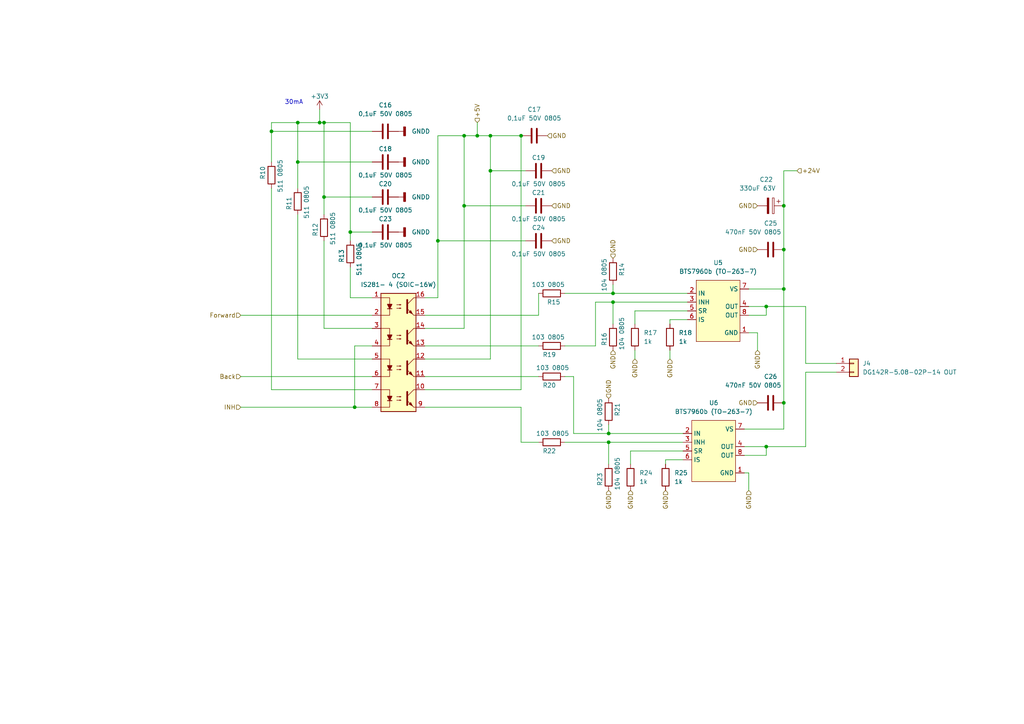
<source format=kicad_sch>
(kicad_sch (version 20230121) (generator eeschema)
  (paper "A4")
  (lib_symbols
    (symbol "Connector_Generic:Conn_01x02" (pin_names (offset 1.016) hide)
      (property "Reference" "J" (at 0 2.54 0))
      (property "Value" "Conn_01x02" (at 0 -5.08 0))
      (symbol "Conn_01x02_1_1"
        (rectangle (start -1.27 -2.413) (end 0 -2.667) (stroke (width 0.1524)))
        (rectangle (start -1.27 0.127) (end 0 -0.127) (stroke (width 0.1524)))
        (rectangle (start -1.27 1.27) (end 1.27 -3.81) (stroke (width 0.254)) (fill (type background)))
        (pin passive line (at -5.08 0 0) (length 3.81) (name "Pin_1") (number "1"))
        (pin passive line (at -5.08 -2.54 0) (length 3.81) (name "Pin_2") (number "2"))
      )
    )
    (symbol "Device:C" (pin_numbers hide) (pin_names (offset 0.254))
      (property "Reference" "C" (at 0.635 2.54 0))
      (property "Value" "C" (at 0.635 -2.54 0))
      (symbol "C_0_1"
        (polyline (pts (xy -2.032 -0.762) (xy 2.032 -0.762)) (stroke (width 0.508)))
        (polyline (pts (xy -2.032 0.762) (xy 2.032 0.762)) (stroke (width 0.508)))
      )
      (symbol "C_1_1"
        (pin passive line (at 0 3.81 270) (length 2.794) (name "~") (number "1"))
        (pin passive line (at 0 -3.81 90) (length 2.794) (name "~") (number "2"))
      )
    )
    (symbol "Device:C_Polarized" (pin_numbers hide) (pin_names (offset 0.254))
      (property "Reference" "C" (at 0.635 2.54 0))
      (property "Value" "C_Polarized" (at 0.635 -2.54 0))
      (symbol "C_Polarized_0_1"
        (rectangle (start -2.286 0.508) (end 2.286 1.016))
        (polyline (pts (xy -1.778 2.286) (xy -0.762 2.286)))
        (polyline (pts (xy -1.27 2.794) (xy -1.27 1.778)))
        (rectangle (start 2.286 -0.508) (end -2.286 -1.016) (fill (type outline)))
      )
      (symbol "C_Polarized_1_1"
        (pin passive line (at 0 3.81 270) (length 2.794) (name "~") (number "1"))
        (pin passive line (at 0 -3.81 90) (length 2.794) (name "~") (number "2"))
      )
    )
    (symbol "Device:R" (pin_numbers hide) (pin_names (offset 0))
      (property "Reference" "R" (at 2.032 0 90))
      (property "Value" "R" (at 0 0 90))
      (symbol "R_0_1"
        (rectangle (start -1.016 -2.54) (end 1.016 2.54) (stroke (width 0.254)))
      )
      (symbol "R_1_1"
        (pin passive line (at 0 3.81 270) (length 1.27) (name "~") (number "1"))
        (pin passive line (at 0 -3.81 90) (length 1.27) (name "~") (number "2"))
      )
    )
    (symbol "PCM_Optocoupler_AKL:Optocoupler_Quad_Generic" (pin_names (offset 1.016))
      (property "Reference" "OC" (at -5.08 17.78 0))
      (property "Value" "Optocoupler_Quad_Generic" (at -5.08 15.24 0))
      (symbol "Optocoupler_Quad_Generic_0_1"
        (rectangle (start -5.08 12.7) (end 5.08 -21.59) (stroke (width 0.254)) (fill (type background)))
        (polyline (pts (xy -3.175 8.255) (xy -1.905 8.255)) (stroke (width 0.254)))
        (polyline (pts (xy 2.54 9.525) (xy 4.445 11.43)))
        (polyline (pts (xy 4.445 6.35) (xy 2.54 8.255)) (fill (type outline)))
        (polyline (pts (xy 4.445 6.35) (xy 5.08 6.35)))
        (polyline (pts (xy 4.445 11.43) (xy 5.08 11.43)))
        (polyline (pts (xy -5.08 11.43) (xy -2.54 11.43) (xy -2.54 8.255)))
        (polyline (pts (xy -2.54 8.255) (xy -2.54 6.35) (xy -5.08 6.35)))
        (polyline (pts (xy 2.54 10.795) (xy 2.54 6.985) (xy 2.54 6.985)) (stroke (width 0.508)))
        (polyline (pts (xy -2.54 8.255) (xy -3.175 9.525) (xy -1.905 9.525) (xy -2.54 8.255)) (stroke (width 0.254)) (fill (type outline)))
        (polyline (pts (xy -0.508 8.382) (xy 0.762 8.382) (xy 0.381 8.255) (xy 0.381 8.509) (xy 0.762 8.382)))
        (polyline (pts (xy -0.508 9.398) (xy 0.762 9.398) (xy 0.381 9.271) (xy 0.381 9.525) (xy 0.762 9.398)))
        (polyline (pts (xy 3.048 7.239) (xy 3.556 7.747) (xy 4.064 6.731) (xy 3.048 7.239) (xy 3.048 7.239)) (fill (type outline)))
      )
      (symbol "Optocoupler_Quad_Generic_1_1"
        (polyline (pts (xy -3.175 -18.415) (xy -1.905 -18.415)) (stroke (width 0.254)))
        (polyline (pts (xy -3.175 -9.525) (xy -1.905 -9.525)) (stroke (width 0.254)))
        (polyline (pts (xy -3.175 -0.635) (xy -1.905 -0.635)) (stroke (width 0.254)))
        (polyline (pts (xy 2.54 -17.145) (xy 4.445 -15.24)))
        (polyline (pts (xy 2.54 -8.255) (xy 4.445 -6.35)))
        (polyline (pts (xy 2.54 0.635) (xy 4.445 2.54)))
        (polyline (pts (xy 4.445 -20.32) (xy 2.54 -18.415)) (fill (type outline)))
        (polyline (pts (xy 4.445 -20.32) (xy 5.08 -20.32)))
        (polyline (pts (xy 4.445 -15.24) (xy 5.08 -15.24)))
        (polyline (pts (xy 4.445 -11.43) (xy 2.54 -9.525)) (fill (type outline)))
        (polyline (pts (xy 4.445 -11.43) (xy 5.08 -11.43)))
        (polyline (pts (xy 4.445 -6.35) (xy 5.08 -6.35)))
        (polyline (pts (xy 4.445 -2.54) (xy 2.54 -0.635)) (fill (type outline)))
        (polyline (pts (xy 4.445 -2.54) (xy 5.08 -2.54)))
        (polyline (pts (xy 4.445 2.54) (xy 5.08 2.54)))
        (polyline (pts (xy -5.08 -15.24) (xy -2.54 -15.24) (xy -2.54 -18.415)))
        (polyline (pts (xy -5.08 -6.35) (xy -2.54 -6.35) (xy -2.54 -9.525)))
        (polyline (pts (xy -5.08 2.54) (xy -2.54 2.54) (xy -2.54 -0.635)))
        (polyline (pts (xy -2.54 -18.415) (xy -2.54 -20.32) (xy -5.08 -20.32)))
        (polyline (pts (xy -2.54 -9.525) (xy -2.54 -11.43) (xy -5.08 -11.43)))
        (polyline (pts (xy -2.54 -0.635) (xy -2.54 -2.54) (xy -5.08 -2.54)))
        (polyline (pts (xy 2.54 -15.875) (xy 2.54 -19.685) (xy 2.54 -19.685)) (stroke (width 0.508)))
        (polyline (pts (xy 2.54 -6.985) (xy 2.54 -10.795) (xy 2.54 -10.795)) (stroke (width 0.508)))
        (polyline (pts (xy 2.54 1.905) (xy 2.54 -1.905) (xy 2.54 -1.905)) (stroke (width 0.508)))
        (polyline (pts (xy -2.54 -18.415) (xy -3.175 -17.145) (xy -1.905 -17.145) (xy -2.54 -18.415)) (stroke (width 0.254)) (fill (type outline)))
        (polyline (pts (xy -2.54 -9.525) (xy -3.175 -8.255) (xy -1.905 -8.255) (xy -2.54 -9.525)) (stroke (width 0.254)) (fill (type outline)))
        (polyline (pts (xy -2.54 -0.635) (xy -3.175 0.635) (xy -1.905 0.635) (xy -2.54 -0.635)) (stroke (width 0.254)) (fill (type outline)))
        (polyline (pts (xy -0.508 -18.288) (xy 0.762 -18.288) (xy 0.381 -18.415) (xy 0.381 -18.161) (xy 0.762 -18.288)))
        (polyline (pts (xy -0.508 -17.272) (xy 0.762 -17.272) (xy 0.381 -17.399) (xy 0.381 -17.145) (xy 0.762 -17.272)))
        (polyline (pts (xy -0.508 -9.398) (xy 0.762 -9.398) (xy 0.381 -9.525) (xy 0.381 -9.271) (xy 0.762 -9.398)))
        (polyline (pts (xy -0.508 -8.382) (xy 0.762 -8.382) (xy 0.381 -8.509) (xy 0.381 -8.255) (xy 0.762 -8.382)))
        (polyline (pts (xy -0.508 -0.508) (xy 0.762 -0.508) (xy 0.381 -0.635) (xy 0.381 -0.381) (xy 0.762 -0.508)))
        (polyline (pts (xy -0.508 0.508) (xy 0.762 0.508) (xy 0.381 0.381) (xy 0.381 0.635) (xy 0.762 0.508)))
        (polyline (pts (xy 3.048 -19.431) (xy 3.556 -18.923) (xy 4.064 -19.939) (xy 3.048 -19.431) (xy 3.048 -19.431)) (fill (type outline)))
        (polyline (pts (xy 3.048 -10.541) (xy 3.556 -10.033) (xy 4.064 -11.049) (xy 3.048 -10.541) (xy 3.048 -10.541)) (fill (type outline)))
        (polyline (pts (xy 3.048 -1.651) (xy 3.556 -1.143) (xy 4.064 -2.159) (xy 3.048 -1.651) (xy 3.048 -1.651)) (fill (type outline)))
        (pin passive line (at -7.62 11.43 0) (length 2.54) (name "~") (number "1"))
        (pin passive line (at 7.62 -15.24 180) (length 2.54) (name "~") (number "10"))
        (pin passive line (at 7.62 -11.43 180) (length 2.54) (name "~") (number "11"))
        (pin passive line (at 7.62 -6.35 180) (length 2.54) (name "~") (number "12"))
        (pin passive line (at 7.62 -2.54 180) (length 2.54) (name "~") (number "13"))
        (pin passive line (at 7.62 2.54 180) (length 2.54) (name "~") (number "14"))
        (pin passive line (at 7.62 6.35 180) (length 2.54) (name "~") (number "15"))
        (pin passive line (at 7.62 11.43 180) (length 2.54) (name "~") (number "16"))
        (pin passive line (at -7.62 6.35 0) (length 2.54) (name "~") (number "2"))
        (pin passive line (at -7.62 2.54 0) (length 2.54) (name "~") (number "3"))
        (pin passive line (at -7.62 -2.54 0) (length 2.54) (name "~") (number "4"))
        (pin passive line (at -7.62 -6.35 0) (length 2.54) (name "~") (number "5"))
        (pin passive line (at -7.62 -11.43 0) (length 2.54) (name "~") (number "6"))
        (pin passive line (at -7.62 -15.24 0) (length 2.54) (name "~") (number "7"))
        (pin passive line (at -7.62 -20.32 0) (length 2.54) (name "~") (number "8"))
        (pin passive line (at 7.62 -20.32 180) (length 2.54) (name "~") (number "9"))
      )
    )
    (symbol "Power_Management:BTS7960b"
      (property "Reference" "U" (at 5.08 1.27 0))
      (property "Value" "BTS7960b" (at -5.08 1.27 0))
      (symbol "BTS7960b_1_1"
        (rectangle (start -6.35 0) (end 6.35 -17.78) (fill (type background)))
        (pin input line (at 8.89 -15.24 180) (length 2.54) (name "GND") (number "1"))
        (pin input line (at -8.89 -3.81 0) (length 2.54) (name "IN") (number "2"))
        (pin input line (at -8.89 -6.35 0) (length 2.54) (name "INH") (number "3"))
        (pin input line (at 8.89 -7.62 180) (length 2.54) (name "OUT") (number "4"))
        (pin input line (at -8.89 -8.89 0) (length 2.54) (name "SR") (number "5"))
        (pin input line (at -8.89 -11.43 0) (length 2.54) (name "IS") (number "6"))
        (pin input line (at 8.89 -2.54 180) (length 2.54) (name "VS") (number "7"))
        (pin input line (at 8.89 -10.16 180) (length 2.54) (name "OUT") (number "8"))
      )
    )
    (symbol "power:+3V3" (power) (pin_numbers hide) (pin_names (offset 0) hide)
      (property "Value" "+3V3" (at 0 3.556 0))
      (symbol "+3V3_0_1"
        (polyline (pts (xy -0.762 1.27) (xy 0 2.54)))
        (polyline (pts (xy 0 0) (xy 0 2.54)))
        (polyline (pts (xy 0 2.54) (xy 0.762 1.27)))
      )
      (symbol "+3V3_1_1"
        (pin power_in line (at 0 0 90) (length 0) hide (name "+3V3") (number "1"))
      )
    )
    (symbol "power:GNDD" (power) (pin_numbers hide) (pin_names (offset 0) hide)
      (property "Value" "GNDD" (at 0 -3.175 0))
      (symbol "GNDD_0_1"
        (rectangle (start -1.27 -1.524) (end 1.27 -2.032) (stroke (width 0.254)) (fill (type outline)))
        (polyline (pts (xy 0 0) (xy 0 -1.524)))
      )
      (symbol "GNDD_1_1"
        (pin power_in line (at 0 0 270) (length 0) hide (name "GNDD") (number "1"))
      )
    )
  )
  (junction (at 134.62 39.37))
  (junction (at 227.33 72.39))
  (junction (at 86.36 46.99))
  (junction (at 78.74 38.1))
  (junction (at 176.53 125.73))
  (junction (at 227.33 83.82))
  (junction (at 222.25 129.54))
  (junction (at 176.53 128.27))
  (junction (at 101.6 67.31))
  (junction (at 127 69.85))
  (junction (at 227.33 59.69))
  (junction (at 151.13 39.37))
  (junction (at 227.33 116.84))
  (junction (at 92.71 35.56))
  (junction (at 142.24 39.37))
  (junction (at 93.98 35.56))
  (junction (at 93.98 57.15))
  (junction (at 177.8 87.63))
  (junction (at 142.24 49.53))
  (junction (at 134.62 59.69))
  (junction (at 102.87 118.11))
  (junction (at 222.25 88.9))
  (junction (at 138.43 39.37))
  (junction (at 177.8 85.09))
  (junction (at 86.36 35.56))
  (wire (pts (xy 198.12 130.81) (xy 182.88 130.81)))
  (wire (pts (xy 134.62 59.69) (xy 134.62 95.25)))
  (wire (pts (xy 101.6 86.36) (xy 107.95 86.36)))
  (wire (pts (xy 184.15 90.17) (xy 184.15 93.98)))
  (wire (pts (xy 233.68 107.95) (xy 242.57 107.95)))
  (wire (pts (xy 177.8 87.63) (xy 177.8 93.98)))
  (wire (pts (xy 93.98 35.56) (xy 101.6 35.56)))
  (wire (pts (xy 172.72 100.33) (xy 172.72 87.63)))
  (wire (pts (xy 215.9 124.46) (xy 227.33 124.46)))
  (wire (pts (xy 142.24 39.37) (xy 142.24 49.53)))
  (wire (pts (xy 199.39 90.17) (xy 184.15 90.17)))
  (wire (pts (xy 199.39 92.71) (xy 194.31 92.71)))
  (wire (pts (xy 127 69.85) (xy 127 86.36)))
  (wire (pts (xy 138.43 35.56) (xy 138.43 39.37)))
  (wire (pts (xy 222.25 88.9) (xy 217.17 88.9)))
  (wire (pts (xy 102.87 100.33) (xy 102.87 118.11)))
  (wire (pts (xy 184.15 104.14) (xy 184.15 101.6)))
  (wire (pts (xy 177.8 85.09) (xy 199.39 85.09)))
  (wire (pts (xy 78.74 35.56) (xy 86.36 35.56)))
  (wire (pts (xy 78.74 38.1) (xy 107.95 38.1)))
  (wire (pts (xy 172.72 87.63) (xy 177.8 87.63)))
  (wire (pts (xy 151.13 128.27) (xy 156.21 128.27)))
  (wire (pts (xy 176.53 128.27) (xy 176.53 134.62)))
  (wire (pts (xy 176.53 123.19) (xy 176.53 125.73)))
  (wire (pts (xy 222.25 129.54) (xy 215.9 129.54)))
  (wire (pts (xy 233.68 105.41) (xy 242.57 105.41)))
  (wire (pts (xy 127 39.37) (xy 127 69.85)))
  (wire (pts (xy 151.13 39.37) (xy 151.13 113.03)))
  (wire (pts (xy 152.4 69.85) (xy 127 69.85)))
  (wire (pts (xy 219.71 96.52) (xy 219.71 101.6)))
  (wire (pts (xy 101.6 77.47) (xy 101.6 86.36)))
  (wire (pts (xy 107.95 100.33) (xy 102.87 100.33)))
  (wire (pts (xy 101.6 67.31) (xy 101.6 69.85)))
  (wire (pts (xy 134.62 39.37) (xy 138.43 39.37)))
  (wire (pts (xy 78.74 35.56) (xy 78.74 38.1)))
  (wire (pts (xy 78.74 54.61) (xy 78.74 113.03)))
  (wire (pts (xy 151.13 118.11) (xy 123.19 118.11)))
  (wire (pts (xy 227.33 59.69) (xy 227.33 72.39)))
  (wire (pts (xy 138.43 39.37) (xy 142.24 39.37)))
  (wire (pts (xy 193.04 133.35) (xy 198.12 133.35)))
  (wire (pts (xy 222.25 91.44) (xy 222.25 88.9)))
  (wire (pts (xy 217.17 91.44) (xy 222.25 91.44)))
  (wire (pts (xy 177.8 87.63) (xy 199.39 87.63)))
  (wire (pts (xy 176.53 125.73) (xy 198.12 125.73)))
  (wire (pts (xy 93.98 95.25) (xy 107.95 95.25)))
  (wire (pts (xy 93.98 57.15) (xy 107.95 57.15)))
  (wire (pts (xy 123.19 113.03) (xy 151.13 113.03)))
  (wire (pts (xy 92.71 31.75) (xy 92.71 35.56)))
  (wire (pts (xy 69.85 91.44) (xy 107.95 91.44)))
  (wire (pts (xy 86.36 62.23) (xy 86.36 104.14)))
  (wire (pts (xy 182.88 130.81) (xy 182.88 134.62)))
  (wire (pts (xy 227.33 49.53) (xy 227.33 59.69)))
  (wire (pts (xy 101.6 35.56) (xy 101.6 67.31)))
  (wire (pts (xy 142.24 49.53) (xy 142.24 104.14)))
  (wire (pts (xy 227.33 116.84) (xy 227.33 83.82)))
  (wire (pts (xy 177.8 82.55) (xy 177.8 85.09)))
  (wire (pts (xy 151.13 128.27) (xy 151.13 118.11)))
  (wire (pts (xy 142.24 49.53) (xy 152.4 49.53)))
  (wire (pts (xy 217.17 96.52) (xy 219.71 96.52)))
  (wire (pts (xy 134.62 39.37) (xy 134.62 59.69)))
  (wire (pts (xy 217.17 142.24) (xy 217.17 137.16)))
  (wire (pts (xy 86.36 35.56) (xy 92.71 35.56)))
  (wire (pts (xy 163.83 85.09) (xy 177.8 85.09)))
  (wire (pts (xy 93.98 57.15) (xy 93.98 62.23)))
  (wire (pts (xy 92.71 35.56) (xy 93.98 35.56)))
  (wire (pts (xy 227.33 72.39) (xy 227.33 83.82)))
  (wire (pts (xy 86.36 46.99) (xy 86.36 35.56)))
  (wire (pts (xy 123.19 100.33) (xy 156.21 100.33)))
  (wire (pts (xy 123.19 104.14) (xy 142.24 104.14)))
  (wire (pts (xy 215.9 132.08) (xy 222.25 132.08)))
  (wire (pts (xy 102.87 118.11) (xy 107.95 118.11)))
  (wire (pts (xy 69.85 109.22) (xy 107.95 109.22)))
  (wire (pts (xy 227.33 49.53) (xy 231.14 49.53)))
  (wire (pts (xy 233.68 88.9) (xy 233.68 105.41)))
  (wire (pts (xy 78.74 113.03) (xy 107.95 113.03)))
  (wire (pts (xy 176.53 128.27) (xy 198.12 128.27)))
  (wire (pts (xy 166.37 125.73) (xy 176.53 125.73)))
  (wire (pts (xy 86.36 46.99) (xy 86.36 54.61)))
  (wire (pts (xy 222.25 132.08) (xy 222.25 129.54)))
  (wire (pts (xy 227.33 124.46) (xy 227.33 116.84)))
  (wire (pts (xy 163.83 128.27) (xy 176.53 128.27)))
  (wire (pts (xy 101.6 67.31) (xy 107.95 67.31)))
  (wire (pts (xy 156.21 85.09) (xy 156.21 91.44)))
  (wire (pts (xy 193.04 134.62) (xy 193.04 133.35)))
  (wire (pts (xy 194.31 92.71) (xy 194.31 93.98)))
  (wire (pts (xy 233.68 129.54) (xy 233.68 107.95)))
  (wire (pts (xy 222.25 129.54) (xy 233.68 129.54)))
  (wire (pts (xy 222.25 88.9) (xy 233.68 88.9)))
  (wire (pts (xy 93.98 35.56) (xy 93.98 57.15)))
  (wire (pts (xy 163.83 109.22) (xy 166.37 109.22)))
  (wire (pts (xy 142.24 39.37) (xy 151.13 39.37)))
  (wire (pts (xy 86.36 104.14) (xy 107.95 104.14)))
  (wire (pts (xy 194.31 104.14) (xy 194.31 101.6)))
  (wire (pts (xy 69.85 118.11) (xy 102.87 118.11)))
  (wire (pts (xy 123.19 86.36) (xy 127 86.36)))
  (wire (pts (xy 166.37 109.22) (xy 166.37 125.73)))
  (wire (pts (xy 123.19 91.44) (xy 156.21 91.44)))
  (wire (pts (xy 123.19 95.25) (xy 134.62 95.25)))
  (wire (pts (xy 78.74 38.1) (xy 78.74 46.99)))
  (wire (pts (xy 152.4 59.69) (xy 134.62 59.69)))
  (wire (pts (xy 163.83 100.33) (xy 172.72 100.33)))
  (wire (pts (xy 93.98 69.85) (xy 93.98 95.25)))
  (wire (pts (xy 217.17 137.16) (xy 215.9 137.16)))
  (wire (pts (xy 127 39.37) (xy 134.62 39.37)))
  (wire (pts (xy 86.36 46.99) (xy 107.95 46.99)))
  (wire (pts (xy 227.33 83.82) (xy 217.17 83.82)))
  (wire (pts (xy 123.19 109.22) (xy 156.21 109.22)))
  (text "30mA" (at 82.55 30.48 0) (effects (font (size 1.27 1.27)) (justify left bottom)))
  (hierarchical_label "GND" (shape input) (at 184.15 104.14 270))
  (hierarchical_label "GND" (shape input) (at 217.17 142.24 270))
  (hierarchical_label "INH" (shape input) (at 69.85 118.11 180))
  (hierarchical_label "Forward" (shape input) (at 69.85 91.44 180))
  (hierarchical_label "GND" (shape input) (at 176.53 115.57 90))
  (hierarchical_label "GND" (shape input) (at 160.02 69.85 0))
  (hierarchical_label "Back" (shape input) (at 69.85 109.22 180))
  (hierarchical_label "+24V" (shape input) (at 231.14 49.53 0))
  (hierarchical_label "GND" (shape input) (at 219.71 116.84 180))
  (hierarchical_label "GND" (shape input) (at 177.8 101.6 270))
  (hierarchical_label "GND" (shape input) (at 160.02 49.53 0))
  (hierarchical_label "GND" (shape input) (at 158.75 39.37 0))
  (hierarchical_label "GND" (shape input) (at 194.31 104.14 270))
  (hierarchical_label "GND" (shape input) (at 219.71 72.39 180))
  (hierarchical_label "GND" (shape input) (at 219.71 59.69 180))
  (hierarchical_label "GND" (shape input) (at 182.88 142.24 270))
  (hierarchical_label "GND" (shape input) (at 219.71 101.6 270))
  (hierarchical_label "GND" (shape input) (at 160.02 59.69 0))
  (hierarchical_label "+5V" (shape input) (at 138.43 35.56 90))
  (hierarchical_label "GND" (shape input) (at 177.8 74.93 90))
  (hierarchical_label "GND" (shape input) (at 193.04 142.24 270))
  (hierarchical_label "GND" (shape input) (at 176.53 142.24 270))
  (symbol (lib_id "Device:R") (at 177.8 97.79 0) (unit 1)
    (property "Reference" "R16" (at 175.26 100.33 90) (effects (justify left)))
    (property "Value" "104 0805" (at 180.34 101.6 90) (effects (justify left)))
    (property "Footprint" "PCM_Resistor_SMD_AKL:R_0805_2012Metric_Pad1.20x1.40mm_HandSolder" (effects hide))
    (instances (project "Плата насосов" (path "" (reference "R16") (unit 1)) (path "" (reference "R32") (unit 1))))
  )
  (symbol (lib_id "Device:C") (at 154.94 39.37 90) (unit 1)
    (property "Reference" "C17" (at 154.94 31.75 90))
    (property "Value" "0,1uF 50V 0805" (at 154.94 34.29 90))
    (property "Footprint" "Capacitor_SMD:C_0805_2012Metric_Pad1.18x1.45mm_HandSolder" (effects hide))
    (instances (project "Плата насосов" (path "" (reference "C17") (unit 1)) (path "" (reference "C28") (unit 1))) (project "SlicingModul" (path "" (reference "C5") (unit 1)) (path "" (reference "C5") (unit 1)) (path "" (reference "C5") (unit 1)) (path "" (reference "C5") (unit 1)) (path "" (reference "C5") (unit 1)) (path "" (reference "C5") (unit 1)) (path "" (reference "C5") (unit 1)) (path "" (reference "C5") (unit 1)) (path "" (reference "C5") (unit 1))) (project "SlicingModuleSouseControl" (path "" (reference "C5") (unit 1)) (path "" (reference "C12") (unit 1)) (path "" (reference "C19") (unit 1)) (path "" (reference "C26") (unit 1)) (path "" (reference "C33") (unit 1)) (path "" (reference "C40") (unit 1)) (path "" (reference "C48") (unit 1)) (path "" (reference "C55") (unit 1)) (path "" (reference "C62") (unit 1))))
  )
  (symbol (lib_id "power:GNDD") (at 115.57 38.1 90) (unit 1)
    (property "Reference" "#PWR019" (effects hide))
    (property "Value" "GNDD" (at 119.38 38.1 90) (effects (justify right)))
    (instances (project "Плата насосов" (path "" (reference "#PWR019") (unit 1)) (path "" (reference "#PWR043") (unit 1)) (path "" (reference "#PWR048") (unit 1))))
  )
  (symbol (lib_id "Device:R") (at 193.04 138.43 180) (unit 1)
    (property "Reference" "R25" (at 195.58 137.16 0) (effects (justify right)))
    (property "Value" "1k" (at 195.58 139.7 0) (effects (justify right)))
    (property "Footprint" "Resistor_SMD:R_0805_2012Metric_Pad1.20x1.40mm_HandSolder" (effects hide))
    (instances (project "Плата насосов" (path "" (reference "R25") (unit 1)) (path "" (reference "R41") (unit 1))) (project "SlicingModul" (path "" (reference "R360") (unit 1)) (path "" (reference "R204") (unit 1)) (path "" (reference "R216") (unit 1)) (path "" (reference "R284") (unit 1)) (path "" (reference "R296") (unit 1)) (path "" (reference "R312") (unit 1)) (path "" (reference "R324") (unit 1)) (path "" (reference "R336") (unit 1)) (path "" (reference "R348") (unit 1))) (project "SlicingModuleSouseControl" (path "" (reference "R15") (unit 1)) (path "" (reference "R27") (unit 1)) (path "" (reference "R39") (unit 1)) (path "" (reference "R51") (unit 1)) (path "" (reference "R63") (unit 1)) (path "" (reference "R75") (unit 1)) (path "" (reference "R87") (unit 1)) (path "" (reference "R99") (unit 1)) (path "" (reference "R111") (unit 1))))
  )
  (symbol (lib_id "power:GNDD") (at 115.57 46.99 90) (unit 1)
    (property "Reference" "#PWR019" (effects hide))
    (property "Value" "GNDD" (at 119.38 46.99 90) (effects (justify right)))
    (instances (project "Плата насосов" (path "" (reference "#PWR019") (unit 1)) (path "" (reference "#PWR044") (unit 1)) (path "" (reference "#PWR049") (unit 1))))
  )
  (symbol (lib_id "Device:R") (at 160.02 109.22 90) (unit 1)
    (property "Reference" "R20" (at 161.29 111.76 90) (effects (justify left)))
    (property "Value" "103 0805" (at 165.1 106.68 90) (effects (justify left)))
    (property "Footprint" "PCM_Resistor_SMD_AKL:R_0805_2012Metric_Pad1.20x1.40mm_HandSolder" (effects hide))
    (instances (project "Плата насосов" (path "" (reference "R20") (unit 1)) (path "" (reference "R36") (unit 1))))
  )
  (symbol (lib_id "PCM_Optocoupler_AKL:Optocoupler_Quad_Generic") (at 115.57 97.79 0) (unit 1)
    (property "Reference" "OC2" (at 115.57 80.01 0))
    (property "Value" "IS281- 4 (SOIC-16W)" (at 115.57 82.55 0))
    (property "Footprint" "PCM_Package_SO_AKL:SOIC-16W_5.3x10.2mm_P1.27mm" (effects hide))
    (instances (project "Плата насосов" (path "" (reference "OC2") (unit 1)) (path "" (reference "OC1") (unit 1)) (path "" (reference "OC2") (unit 1))))
  )
  (symbol (lib_id "Device:C") (at 223.52 116.84 90) (unit 1)
    (property "Reference" "C26" (at 223.52 109.22 90))
    (property "Value" "470nF 50V 0805" (at 218.44 111.76 90))
    (property "Footprint" "PCM_Capacitor_SMD_Handsoldering_AKL:C_0805_2012Metric_Pad1.18x1.45mm" (effects hide))
    (instances (project "Плата насосов" (path "" (reference "C26") (unit 1)) (path "" (reference "C37") (unit 1))))
  )
  (symbol (lib_id "Power_Management:BTS7960b") (at 207.01 121.92 0) (unit 1)
    (property "Reference" "U6" (at 207.01 116.84 0))
    (property "Value" "BTS7960b (TO-263-7)" (at 207.01 119.38 0))
    (property "Footprint" "Package_TO_SOT_SMD:TO-263-7_TabPin8" (effects hide))
    (property "Datasheet" "https://docs.yandex.ru/docs/view?tm=1702817647&tld=ru&lang=en&name=45280.pdf&text=bts7960b&url=https%3A%2F%2Fradiotovar.kz%2Fpdf%2F45280.pdf&lr=107757&mime=pdf&l10n=ru&sign=945931d26c9f3f691cc92ff5e3b1d049&keyno=0&nosw=1&serpParams=tm%3D1702817647%26tld%3Dru%26lang%3Den%26name%3D45280.pdf%26text%3Dbts7960b%26url%3Dhttps%253A%2F%2Fradiotovar.kz%2Fpdf%2F45280.pdf%26lr%3D107757%26mime%3Dpdf%26l10n%3Dru%26sign%3D945931d26c9f3f691cc92ff5e3b1d049%26keyno%3D0%26nosw%3D1" (effects hide))
    (instances (project "Плата насосов" (path "" (reference "U6") (unit 1)) (path "" (reference "U8") (unit 1))) (project "SlicingModul" (path "" (reference "U90") (unit 1)) (path "" (reference "U52") (unit 1)) (path "" (reference "U55") (unit 1)) (path "" (reference "U72") (unit 1)) (path "" (reference "U75") (unit 1)) (path "" (reference "U78") (unit 1)) (path "" (reference "U81") (unit 1)) (path "" (reference "U84") (unit 1)) (path "" (reference "U87") (unit 1))) (project "SlicingModuleSouseControl" (path "" (reference "U2") (unit 1)) (path "" (reference "U5") (unit 1)) (path "" (reference "U8") (unit 1)) (path "" (reference "U11") (unit 1)) (path "" (reference "U14") (unit 1)) (path "" (reference "U17") (unit 1)) (path "" (reference "U21") (unit 1)) (path "" (reference "U24") (unit 1)) (path "" (reference "U27") (unit 1))))
  )
  (symbol (lib_id "Device:R") (at 184.15 97.79 180) (unit 1)
    (property "Reference" "R17" (at 186.69 96.52 0) (effects (justify right)))
    (property "Value" "1k" (at 186.69 99.06 0) (effects (justify right)))
    (property "Footprint" "Resistor_SMD:R_0805_2012Metric_Pad1.20x1.40mm_HandSolder" (effects hide))
    (instances (project "Плата насосов" (path "" (reference "R17") (unit 1)) (path "" (reference "R33") (unit 1))) (project "SlicingModul" (path "" (reference "R359") (unit 1)) (path "" (reference "R203") (unit 1)) (path "" (reference "R215") (unit 1)) (path "" (reference "R283") (unit 1)) (path "" (reference "R295") (unit 1)) (path "" (reference "R311") (unit 1)) (path "" (reference "R323") (unit 1)) (path "" (reference "R335") (unit 1)) (path "" (reference "R347") (unit 1))) (project "SlicingModuleSouseControl" (path "" (reference "R14") (unit 1)) (path "" (reference "R26") (unit 1)) (path "" (reference "R38") (unit 1)) (path "" (reference "R50") (unit 1)) (path "" (reference "R62") (unit 1)) (path "" (reference "R74") (unit 1)) (path "" (reference "R86") (unit 1)) (path "" (reference "R98") (unit 1)) (path "" (reference "R110") (unit 1))))
  )
  (symbol (lib_id "Device:R") (at 93.98 66.04 0) (unit 1)
    (property "Reference" "R12" (at 91.44 68.58 90) (effects (justify left)))
    (property "Value" "511 0805" (at 96.52 71.12 90) (effects (justify left)))
    (property "Footprint" "PCM_Resistor_SMD_AKL:R_0805_2012Metric_Pad1.20x1.40mm_HandSolder" (effects hide))
    (instances (project "Плата насосов" (path "" (reference "R12") (unit 1)) (path "" (reference "R28") (unit 1))))
  )
  (symbol (lib_id "Device:R") (at 101.6 73.66 0) (unit 1)
    (property "Reference" "R13" (at 99.06 76.2 90) (effects (justify left)))
    (property "Value" "511 0805" (at 104.14 80.01 90) (effects (justify left)))
    (property "Footprint" "PCM_Resistor_SMD_AKL:R_0805_2012Metric_Pad1.20x1.40mm_HandSolder" (effects hide))
    (instances (project "Плата насосов" (path "" (reference "R13") (unit 1)) (path "" (reference "R29") (unit 1))))
  )
  (symbol (lib_id "Device:C") (at 111.76 46.99 90) (unit 1)
    (property "Reference" "C18" (at 111.76 43.18 90))
    (property "Value" "0,1uF 50V 0805" (at 111.76 50.8 90))
    (property "Footprint" "Capacitor_SMD:C_0805_2012Metric_Pad1.18x1.45mm_HandSolder" (effects hide))
    (instances (project "Плата насосов" (path "" (reference "C18") (unit 1)) (path "" (reference "C29") (unit 1))) (project "SlicingModul" (path "" (reference "C5") (unit 1)) (path "" (reference "C5") (unit 1)) (path "" (reference "C5") (unit 1)) (path "" (reference "C5") (unit 1)) (path "" (reference "C5") (unit 1)) (path "" (reference "C5") (unit 1)) (path "" (reference "C5") (unit 1)) (path "" (reference "C5") (unit 1)) (path "" (reference "C5") (unit 1))) (project "SlicingModuleSouseControl" (path "" (reference "C5") (unit 1)) (path "" (reference "C12") (unit 1)) (path "" (reference "C19") (unit 1)) (path "" (reference "C26") (unit 1)) (path "" (reference "C33") (unit 1)) (path "" (reference "C40") (unit 1)) (path "" (reference "C48") (unit 1)) (path "" (reference "C55") (unit 1)) (path "" (reference "C62") (unit 1))))
  )
  (symbol (lib_id "Device:R") (at 182.88 138.43 180) (unit 1)
    (property "Reference" "R24" (at 185.42 137.16 0) (effects (justify right)))
    (property "Value" "1k" (at 185.42 139.7 0) (effects (justify right)))
    (property "Footprint" "Resistor_SMD:R_0805_2012Metric_Pad1.20x1.40mm_HandSolder" (effects hide))
    (instances (project "Плата насосов" (path "" (reference "R24") (unit 1)) (path "" (reference "R40") (unit 1))) (project "SlicingModul" (path "" (reference "R358") (unit 1)) (path "" (reference "R202") (unit 1)) (path "" (reference "R214") (unit 1)) (path "" (reference "R282") (unit 1)) (path "" (reference "R294") (unit 1)) (path "" (reference "R310") (unit 1)) (path "" (reference "R322") (unit 1)) (path "" (reference "R334") (unit 1)) (path "" (reference "R346") (unit 1))) (project "SlicingModuleSouseControl" (path "" (reference "R13") (unit 1)) (path "" (reference "R25") (unit 1)) (path "" (reference "R37") (unit 1)) (path "" (reference "R49") (unit 1)) (path "" (reference "R61") (unit 1)) (path "" (reference "R73") (unit 1)) (path "" (reference "R85") (unit 1)) (path "" (reference "R97") (unit 1)) (path "" (reference "R109") (unit 1))))
  )
  (symbol (lib_id "Device:R") (at 176.53 119.38 180) (unit 1)
    (property "Reference" "R21" (at 179.07 116.84 90) (effects (justify left)))
    (property "Value" "104 0805" (at 173.99 115.57 90) (effects (justify left)))
    (property "Footprint" "PCM_Resistor_SMD_AKL:R_0805_2012Metric_Pad1.20x1.40mm_HandSolder" (effects hide))
    (instances (project "Плата насосов" (path "" (reference "R21") (unit 1)) (path "" (reference "R37") (unit 1))))
  )
  (symbol (lib_id "power:GNDD") (at 115.57 67.31 90) (unit 1)
    (property "Reference" "#PWR019" (effects hide))
    (property "Value" "GNDD" (at 119.38 67.31 90) (effects (justify right)))
    (instances (project "Плата насосов" (path "" (reference "#PWR019") (unit 1)) (path "" (reference "#PWR046") (unit 1)) (path "" (reference "#PWR051") (unit 1))))
  )
  (symbol (lib_id "Device:R") (at 160.02 100.33 90) (unit 1)
    (property "Reference" "R19" (at 161.29 102.87 90) (effects (justify left)))
    (property "Value" "103 0805" (at 163.83 97.79 90) (effects (justify left)))
    (property "Footprint" "PCM_Resistor_SMD_AKL:R_0805_2012Metric_Pad1.20x1.40mm_HandSolder" (effects hide))
    (instances (project "Плата насосов" (path "" (reference "R19") (unit 1)) (path "" (reference "R35") (unit 1))))
  )
  (symbol (lib_id "Power_Management:BTS7960b") (at 208.28 81.28 0) (unit 1)
    (property "Reference" "U5" (at 208.28 76.2 0))
    (property "Value" "BTS7960b (TO-263-7)" (at 208.28 78.74 0))
    (property "Footprint" "Package_TO_SOT_SMD:TO-263-7_TabPin8" (effects hide))
    (property "Datasheet" "https://docs.yandex.ru/docs/view?tm=1702817647&tld=ru&lang=en&name=45280.pdf&text=bts7960b&url=https%3A%2F%2Fradiotovar.kz%2Fpdf%2F45280.pdf&lr=107757&mime=pdf&l10n=ru&sign=945931d26c9f3f691cc92ff5e3b1d049&keyno=0&nosw=1&serpParams=tm%3D1702817647%26tld%3Dru%26lang%3Den%26name%3D45280.pdf%26text%3Dbts7960b%26url%3Dhttps%253A%2F%2Fradiotovar.kz%2Fpdf%2F45280.pdf%26lr%3D107757%26mime%3Dpdf%26l10n%3Dru%26sign%3D945931d26c9f3f691cc92ff5e3b1d049%26keyno%3D0%26nosw%3D1" (effects hide))
    (instances (project "Плата насосов" (path "" (reference "U5") (unit 1)) (path "" (reference "U7") (unit 1))) (project "SlicingModul" (path "" (reference "U91") (unit 1)) (path "" (reference "U53") (unit 1)) (path "" (reference "U56") (unit 1)) (path "" (reference "U73") (unit 1)) (path "" (reference "U76") (unit 1)) (path "" (reference "U79") (unit 1)) (path "" (reference "U82") (unit 1)) (path "" (reference "U85") (unit 1)) (path "" (reference "U88") (unit 1))) (project "SlicingModuleSouseControl" (path "" (reference "U3") (unit 1)) (path "" (reference "U6") (unit 1)) (path "" (reference "U9") (unit 1)) (path "" (reference "U12") (unit 1)) (path "" (reference "U15") (unit 1)) (path "" (reference "U18") (unit 1)) (path "" (reference "U22") (unit 1)) (path "" (reference "U25") (unit 1)) (path "" (reference "U28") (unit 1))))
  )
  (symbol (lib_id "Device:R") (at 160.02 85.09 90) (unit 1)
    (property "Reference" "R15" (at 162.56 87.63 90) (effects (justify left)))
    (property "Value" "103 0805" (at 163.83 82.55 90) (effects (justify left)))
    (property "Footprint" "PCM_Resistor_SMD_AKL:R_0805_2012Metric_Pad1.20x1.40mm_HandSolder" (effects hide))
    (instances (project "Плата насосов" (path "" (reference "R15") (unit 1)) (path "" (reference "R31") (unit 1))))
  )
  (symbol (lib_id "Device:C") (at 111.76 67.31 90) (unit 1)
    (property "Reference" "C23" (at 111.76 63.5 90))
    (property "Value" "0,1uF 50V 0805" (at 111.76 71.12 90))
    (property "Footprint" "Capacitor_SMD:C_0805_2012Metric_Pad1.18x1.45mm_HandSolder" (effects hide))
    (instances (project "Плата насосов" (path "" (reference "C23") (unit 1)) (path "" (reference "C34") (unit 1))) (project "SlicingModul" (path "" (reference "C5") (unit 1)) (path "" (reference "C5") (unit 1)) (path "" (reference "C5") (unit 1)) (path "" (reference "C5") (unit 1)) (path "" (reference "C5") (unit 1)) (path "" (reference "C5") (unit 1)) (path "" (reference "C5") (unit 1)) (path "" (reference "C5") (unit 1)) (path "" (reference "C5") (unit 1))) (project "SlicingModuleSouseControl" (path "" (reference "C5") (unit 1)) (path "" (reference "C12") (unit 1)) (path "" (reference "C19") (unit 1)) (path "" (reference "C26") (unit 1)) (path "" (reference "C33") (unit 1)) (path "" (reference "C40") (unit 1)) (path "" (reference "C48") (unit 1)) (path "" (reference "C55") (unit 1)) (path "" (reference "C62") (unit 1))))
  )
  (symbol (lib_id "Device:R") (at 160.02 128.27 90) (unit 1)
    (property "Reference" "R22" (at 161.29 130.81 90) (effects (justify left)))
    (property "Value" "103 0805" (at 165.1 125.73 90) (effects (justify left)))
    (property "Footprint" "PCM_Resistor_SMD_AKL:R_0805_2012Metric_Pad1.20x1.40mm_HandSolder" (effects hide))
    (instances (project "Плата насосов" (path "" (reference "R22") (unit 1)) (path "" (reference "R38") (unit 1))))
  )
  (symbol (lib_id "Device:C") (at 156.21 69.85 90) (unit 1)
    (property "Reference" "C24" (at 156.21 66.04 90))
    (property "Value" "0,1uF 50V 0805" (at 156.21 73.66 90))
    (property "Footprint" "Capacitor_SMD:C_0805_2012Metric_Pad1.18x1.45mm_HandSolder" (effects hide))
    (instances (project "Плата насосов" (path "" (reference "C24") (unit 1)) (path "" (reference "C35") (unit 1))) (project "SlicingModul" (path "" (reference "C5") (unit 1)) (path "" (reference "C5") (unit 1)) (path "" (reference "C5") (unit 1)) (path "" (reference "C5") (unit 1)) (path "" (reference "C5") (unit 1)) (path "" (reference "C5") (unit 1)) (path "" (reference "C5") (unit 1)) (path "" (reference "C5") (unit 1)) (path "" (reference "C5") (unit 1))) (project "SlicingModuleSouseControl" (path "" (reference "C5") (unit 1)) (path "" (reference "C12") (unit 1)) (path "" (reference "C19") (unit 1)) (path "" (reference "C26") (unit 1)) (path "" (reference "C33") (unit 1)) (path "" (reference "C40") (unit 1)) (path "" (reference "C48") (unit 1)) (path "" (reference "C55") (unit 1)) (path "" (reference "C62") (unit 1))))
  )
  (symbol (lib_id "Device:R") (at 176.53 138.43 0) (unit 1)
    (property "Reference" "R23" (at 173.99 140.97 90) (effects (justify left)))
    (property "Value" "104 0805" (at 179.07 142.24 90) (effects (justify left)))
    (property "Footprint" "PCM_Resistor_SMD_AKL:R_0805_2012Metric_Pad1.20x1.40mm_HandSolder" (effects hide))
    (instances (project "Плата насосов" (path "" (reference "R23") (unit 1)) (path "" (reference "R39") (unit 1))))
  )
  (symbol (lib_id "power:GNDD") (at 115.57 57.15 90) (unit 1)
    (property "Reference" "#PWR019" (effects hide))
    (property "Value" "GNDD" (at 119.38 57.15 90) (effects (justify right)))
    (instances (project "Плата насосов" (path "" (reference "#PWR019") (unit 1)) (path "" (reference "#PWR045") (unit 1)) (path "" (reference "#PWR050") (unit 1))))
  )
  (symbol (lib_id "Device:C") (at 156.21 59.69 90) (unit 1)
    (property "Reference" "C21" (at 156.21 55.88 90))
    (property "Value" "0,1uF 50V 0805" (at 156.21 63.5 90))
    (property "Footprint" "Capacitor_SMD:C_0805_2012Metric_Pad1.18x1.45mm_HandSolder" (effects hide))
    (instances (project "Плата насосов" (path "" (reference "C21") (unit 1)) (path "" (reference "C32") (unit 1))) (project "SlicingModul" (path "" (reference "C5") (unit 1)) (path "" (reference "C5") (unit 1)) (path "" (reference "C5") (unit 1)) (path "" (reference "C5") (unit 1)) (path "" (reference "C5") (unit 1)) (path "" (reference "C5") (unit 1)) (path "" (reference "C5") (unit 1)) (path "" (reference "C5") (unit 1)) (path "" (reference "C5") (unit 1))) (project "SlicingModuleSouseControl" (path "" (reference "C5") (unit 1)) (path "" (reference "C12") (unit 1)) (path "" (reference "C19") (unit 1)) (path "" (reference "C26") (unit 1)) (path "" (reference "C33") (unit 1)) (path "" (reference "C40") (unit 1)) (path "" (reference "C48") (unit 1)) (path "" (reference "C55") (unit 1)) (path "" (reference "C62") (unit 1))))
  )
  (symbol (lib_id "Device:R") (at 194.31 97.79 180) (unit 1)
    (property "Reference" "R18" (at 196.85 96.52 0) (effects (justify right)))
    (property "Value" "1k" (at 196.85 99.06 0) (effects (justify right)))
    (property "Footprint" "Resistor_SMD:R_0805_2012Metric_Pad1.20x1.40mm_HandSolder" (effects hide))
    (instances (project "Плата насосов" (path "" (reference "R18") (unit 1)) (path "" (reference "R34") (unit 1))) (project "SlicingModul" (path "" (reference "R361") (unit 1)) (path "" (reference "R205") (unit 1)) (path "" (reference "R217") (unit 1)) (path "" (reference "R285") (unit 1)) (path "" (reference "R297") (unit 1)) (path "" (reference "R313") (unit 1)) (path "" (reference "R325") (unit 1)) (path "" (reference "R337") (unit 1)) (path "" (reference "R349") (unit 1))) (project "SlicingModuleSouseControl" (path "" (reference "R16") (unit 1)) (path "" (reference "R28") (unit 1)) (path "" (reference "R40") (unit 1)) (path "" (reference "R52") (unit 1)) (path "" (reference "R64") (unit 1)) (path "" (reference "R76") (unit 1)) (path "" (reference "R88") (unit 1)) (path "" (reference "R100") (unit 1)) (path "" (reference "R112") (unit 1))))
  )
  (symbol (lib_id "Device:C") (at 156.21 49.53 90) (unit 1)
    (property "Reference" "C19" (at 156.21 45.72 90))
    (property "Value" "0,1uF 50V 0805" (at 156.21 53.34 90))
    (property "Footprint" "Capacitor_SMD:C_0805_2012Metric_Pad1.18x1.45mm_HandSolder" (effects hide))
    (instances (project "Плата насосов" (path "" (reference "C19") (unit 1)) (path "" (reference "C30") (unit 1))) (project "SlicingModul" (path "" (reference "C5") (unit 1)) (path "" (reference "C5") (unit 1)) (path "" (reference "C5") (unit 1)) (path "" (reference "C5") (unit 1)) (path "" (reference "C5") (unit 1)) (path "" (reference "C5") (unit 1)) (path "" (reference "C5") (unit 1)) (path "" (reference "C5") (unit 1)) (path "" (reference "C5") (unit 1))) (project "SlicingModuleSouseControl" (path "" (reference "C5") (unit 1)) (path "" (reference "C12") (unit 1)) (path "" (reference "C19") (unit 1)) (path "" (reference "C26") (unit 1)) (path "" (reference "C33") (unit 1)) (path "" (reference "C40") (unit 1)) (path "" (reference "C48") (unit 1)) (path "" (reference "C55") (unit 1)) (path "" (reference "C62") (unit 1))))
  )
  (symbol (lib_id "Device:R") (at 86.36 58.42 0) (unit 1)
    (property "Reference" "R11" (at 83.82 60.96 90) (effects (justify left)))
    (property "Value" "511 0805" (at 88.9 63.5 90) (effects (justify left)))
    (property "Footprint" "PCM_Resistor_SMD_AKL:R_0805_2012Metric_Pad1.20x1.40mm_HandSolder" (effects hide))
    (instances (project "Плата насосов" (path "" (reference "R11") (unit 1)) (path "" (reference "R27") (unit 1))))
  )
  (symbol (lib_id "Device:C") (at 111.76 57.15 90) (unit 1)
    (property "Reference" "C20" (at 111.76 53.34 90))
    (property "Value" "0,1uF 50V 0805" (at 111.76 60.96 90))
    (property "Footprint" "Capacitor_SMD:C_0805_2012Metric_Pad1.18x1.45mm_HandSolder" (effects hide))
    (instances (project "Плата насосов" (path "" (reference "C20") (unit 1)) (path "" (reference "C31") (unit 1))) (project "SlicingModul" (path "" (reference "C5") (unit 1)) (path "" (reference "C5") (unit 1)) (path "" (reference "C5") (unit 1)) (path "" (reference "C5") (unit 1)) (path "" (reference "C5") (unit 1)) (path "" (reference "C5") (unit 1)) (path "" (reference "C5") (unit 1)) (path "" (reference "C5") (unit 1)) (path "" (reference "C5") (unit 1))) (project "SlicingModuleSouseControl" (path "" (reference "C5") (unit 1)) (path "" (reference "C12") (unit 1)) (path "" (reference "C19") (unit 1)) (path "" (reference "C26") (unit 1)) (path "" (reference "C33") (unit 1)) (path "" (reference "C40") (unit 1)) (path "" (reference "C48") (unit 1)) (path "" (reference "C55") (unit 1)) (path "" (reference "C62") (unit 1))))
  )
  (symbol (lib_id "power:+3V3") (at 92.71 31.75 0) (unit 1)
    (property "Reference" "#PWR026" (effects hide))
    (property "Value" "+3V3" (at 92.71 27.94 0))
    (instances (project "Плата насосов" (path "" (reference "#PWR026") (unit 1)) (path "" (reference "#PWR042") (unit 1)) (path "" (reference "#PWR047") (unit 1))))
  )
  (symbol (lib_id "Device:R") (at 78.74 50.8 0) (unit 1)
    (property "Reference" "R10" (at 76.2 52.07 90) (effects (justify left)))
    (property "Value" "511 0805" (at 81.28 55.88 90) (effects (justify left)))
    (property "Footprint" "PCM_Resistor_SMD_AKL:R_0805_2012Metric_Pad1.20x1.40mm_HandSolder" (effects hide))
    (instances (project "Плата насосов" (path "" (reference "R10") (unit 1)) (path "" (reference "R26") (unit 1))))
  )
  (symbol (lib_id "Device:C") (at 223.52 72.39 90) (unit 1)
    (property "Reference" "C25" (at 223.52 64.77 90))
    (property "Value" "470nF 50V 0805" (at 218.44 67.31 90))
    (property "Footprint" "PCM_Capacitor_SMD_Handsoldering_AKL:C_0805_2012Metric_Pad1.18x1.45mm" (effects hide))
    (instances (project "Плата насосов" (path "" (reference "C25") (unit 1)) (path "" (reference "C36") (unit 1))))
  )
  (symbol (lib_id "Connector_Generic:Conn_01x02") (at 247.65 105.41 0) (unit 1)
    (property "Reference" "J4" (at 250.19 105.41 0) (effects (justify left)))
    (property "Value" "DG142R-5.08-02P-14 OUT" (at 250.19 107.95 0) (effects (justify left)))
    (property "Footprint" "Connector:DG142R-5.08-02P-14" (effects hide))
    (instances (project "Плата насосов" (path "" (reference "J4") (unit 1)) (path "" (reference "J3") (unit 1))))
  )
  (symbol (lib_id "Device:C") (at 111.76 38.1 90) (unit 1)
    (property "Reference" "C16" (at 111.76 30.48 90))
    (property "Value" "0,1uF 50V 0805" (at 111.76 33.02 90))
    (property "Footprint" "Capacitor_SMD:C_0805_2012Metric_Pad1.18x1.45mm_HandSolder" (effects hide))
    (instances (project "Плата насосов" (path "" (reference "C16") (unit 1)) (path "" (reference "C27") (unit 1))) (project "SlicingModul" (path "" (reference "C5") (unit 1)) (path "" (reference "C5") (unit 1)) (path "" (reference "C5") (unit 1)) (path "" (reference "C5") (unit 1)) (path "" (reference "C5") (unit 1)) (path "" (reference "C5") (unit 1)) (path "" (reference "C5") (unit 1)) (path "" (reference "C5") (unit 1)) (path "" (reference "C5") (unit 1))) (project "SlicingModuleSouseControl" (path "" (reference "C5") (unit 1)) (path "" (reference "C12") (unit 1)) (path "" (reference "C19") (unit 1)) (path "" (reference "C26") (unit 1)) (path "" (reference "C33") (unit 1)) (path "" (reference "C40") (unit 1)) (path "" (reference "C48") (unit 1)) (path "" (reference "C55") (unit 1)) (path "" (reference "C62") (unit 1))))
  )
  (symbol (lib_id "Device:C_Polarized") (at 223.52 59.69 270) (unit 1)
    (property "Reference" "C22" (at 222.25 52.07 90))
    (property "Value" "330uF 63V" (at 219.71 54.61 90))
    (property "Footprint" "Capacitor_THT:CP_Radial_D10.0mm_P5.00mm" (effects hide))
    (instances (project "Плата насосов" (path "" (reference "C22") (unit 1)) (path "" (reference "C33") (unit 1))) (project "SlicingModul" (path "" (reference "C107") (unit 1)) (path "" (reference "C35") (unit 1)) (path "" (reference "C40") (unit 1)) (path "" (reference "C74") (unit 1)) (path "" (reference "C79") (unit 1)) (path "" (reference "C84") (unit 1)) (path "" (reference "C89") (unit 1)) (path "" (reference "C94") (unit 1)) (path "" (reference "C99") (unit 1))) (project "SlicingModuleSouseControl" (path "" (reference "C9") (unit 1)) (path "" (reference "C16") (unit 1)) (path "" (reference "C23") (unit 1)) (path "" (reference "C30") (unit 1)) (path "" (reference "C37") (unit 1)) (path "" (reference "C44") (unit 1)) (path "" (reference "C52") (unit 1)) (path "" (reference "C59") (unit 1)) (path "" (reference "C66") (unit 1))))
  )
  (symbol (lib_id "Device:R") (at 177.8 78.74 180) (unit 1)
    (property "Reference" "R14" (at 180.34 76.2 90) (effects (justify left)))
    (property "Value" "104 0805" (at 175.26 74.93 90) (effects (justify left)))
    (property "Footprint" "PCM_Resistor_SMD_AKL:R_0805_2012Metric_Pad1.20x1.40mm_HandSolder" (effects hide))
    (instances (project "Плата насосов" (path "" (reference "R14") (unit 1)) (path "" (reference "R30") (unit 1))))
  )
)
</source>
